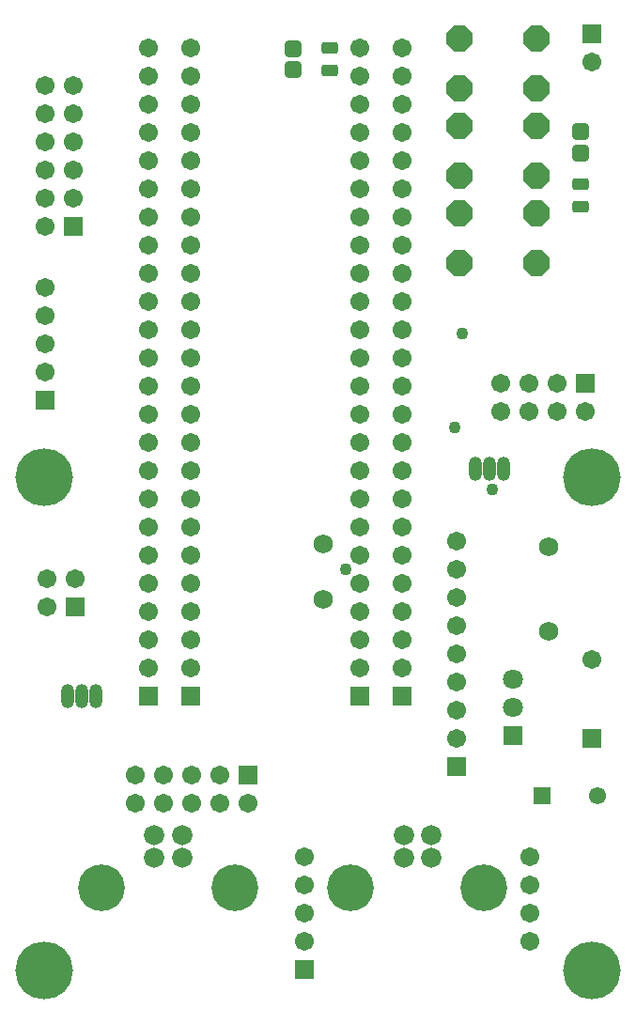
<source format=gts>
G04 Layer_Color=8388736*
%FSLAX44Y44*%
%MOMM*%
G71*
G01*
G75*
G04:AMPARAMS|DCode=44|XSize=1.5032mm|YSize=1.0032mm|CornerRadius=0.2016mm|HoleSize=0mm|Usage=FLASHONLY|Rotation=0.000|XOffset=0mm|YOffset=0mm|HoleType=Round|Shape=RoundedRectangle|*
%AMROUNDEDRECTD44*
21,1,1.5032,0.6000,0,0,0.0*
21,1,1.1000,1.0032,0,0,0.0*
1,1,0.4032,0.5500,-0.3000*
1,1,0.4032,-0.5500,-0.3000*
1,1,0.4032,-0.5500,0.3000*
1,1,0.4032,0.5500,0.3000*
%
%ADD44ROUNDEDRECTD44*%
G04:AMPARAMS|DCode=45|XSize=1.4732mm|YSize=1.4732mm|CornerRadius=0.2604mm|HoleSize=0mm|Usage=FLASHONLY|Rotation=90.000|XOffset=0mm|YOffset=0mm|HoleType=Round|Shape=RoundedRectangle|*
%AMROUNDEDRECTD45*
21,1,1.4732,0.9525,0,0,90.0*
21,1,0.9525,1.4732,0,0,90.0*
1,1,0.5207,0.4763,0.4763*
1,1,0.5207,0.4763,-0.4763*
1,1,0.5207,-0.4763,-0.4763*
1,1,0.5207,-0.4763,0.4763*
%
%ADD45ROUNDEDRECTD45*%
%ADD46O,1.2032X2.2032*%
%ADD47O,1.2032X2.2032*%
%ADD48C,4.2032*%
%ADD49C,1.8288*%
%ADD50C,1.7032*%
%ADD51R,1.7032X1.7032*%
%ADD52C,1.5532*%
%ADD53R,1.5532X1.5532*%
%ADD54C,1.7272*%
%ADD55R,1.7032X1.7032*%
%ADD56P,2.4930X8X202.5*%
%ADD57R,1.8032X1.8032*%
%ADD58C,1.8032*%
%ADD59C,5.2032*%
%ADD60C,1.1032*%
D44*
X285750Y859630D02*
D03*
Y839630D02*
D03*
X511810Y716440D02*
D03*
Y736440D02*
D03*
D45*
X252730Y840105D02*
D03*
Y859155D02*
D03*
X511810Y765175D02*
D03*
Y784225D02*
D03*
D46*
X49530Y275590D02*
D03*
X62230D02*
D03*
X441960Y480060D02*
D03*
X429260D02*
D03*
D47*
X74930Y275590D02*
D03*
X416560Y480060D02*
D03*
D48*
X424690Y102800D02*
D03*
X304290D02*
D03*
X199900D02*
D03*
X79500D02*
D03*
D49*
X351990Y149900D02*
D03*
Y129900D02*
D03*
X376990D02*
D03*
Y149900D02*
D03*
X127200D02*
D03*
Y129900D02*
D03*
X152200D02*
D03*
Y149900D02*
D03*
D50*
X30480Y381000D02*
D03*
X55880D02*
D03*
X30480Y355600D02*
D03*
X465390Y130810D02*
D03*
Y105410D02*
D03*
Y80010D02*
D03*
Y54610D02*
D03*
X262890Y130810D02*
D03*
Y105410D02*
D03*
Y80010D02*
D03*
Y54610D02*
D03*
X110490Y179070D02*
D03*
Y204470D02*
D03*
X135890Y179070D02*
D03*
Y204470D02*
D03*
X161290Y179070D02*
D03*
Y204470D02*
D03*
X186690Y179070D02*
D03*
Y204470D02*
D03*
X212090Y179070D02*
D03*
X159920Y300990D02*
D03*
Y326390D02*
D03*
Y351790D02*
D03*
Y377190D02*
D03*
Y402590D02*
D03*
Y427990D02*
D03*
Y453390D02*
D03*
Y478790D02*
D03*
Y504190D02*
D03*
Y529590D02*
D03*
Y554990D02*
D03*
Y580390D02*
D03*
Y605790D02*
D03*
Y631190D02*
D03*
Y656590D02*
D03*
Y681990D02*
D03*
Y707390D02*
D03*
Y732790D02*
D03*
Y758190D02*
D03*
Y783590D02*
D03*
Y808990D02*
D03*
Y834390D02*
D03*
Y859790D02*
D03*
X312420D02*
D03*
Y834390D02*
D03*
Y808990D02*
D03*
Y783590D02*
D03*
Y758190D02*
D03*
Y732790D02*
D03*
Y707390D02*
D03*
Y681990D02*
D03*
Y656590D02*
D03*
Y631190D02*
D03*
Y605790D02*
D03*
Y580390D02*
D03*
Y554990D02*
D03*
Y529590D02*
D03*
Y504190D02*
D03*
Y478790D02*
D03*
Y453390D02*
D03*
Y427990D02*
D03*
Y402590D02*
D03*
Y377190D02*
D03*
Y351790D02*
D03*
Y326390D02*
D03*
Y300990D02*
D03*
X29210Y643890D02*
D03*
Y618490D02*
D03*
Y593090D02*
D03*
Y567690D02*
D03*
X521970Y308550D02*
D03*
X400050Y262890D02*
D03*
Y288290D02*
D03*
Y313690D02*
D03*
Y339090D02*
D03*
Y364490D02*
D03*
Y389890D02*
D03*
Y415290D02*
D03*
Y237490D02*
D03*
X29210Y825500D02*
D03*
X54610D02*
D03*
X29210Y800100D02*
D03*
X54610D02*
D03*
X29210Y774700D02*
D03*
X54610D02*
D03*
X29210Y749300D02*
D03*
X54610D02*
D03*
X29210Y723900D02*
D03*
X54610D02*
D03*
X29210Y698500D02*
D03*
X439420Y532130D02*
D03*
Y557530D02*
D03*
X464820Y532130D02*
D03*
Y557530D02*
D03*
X490220Y532130D02*
D03*
Y557530D02*
D03*
X515620Y532130D02*
D03*
X350520Y859790D02*
D03*
Y834390D02*
D03*
Y808990D02*
D03*
Y783590D02*
D03*
Y758190D02*
D03*
Y732790D02*
D03*
Y707390D02*
D03*
Y681990D02*
D03*
Y656590D02*
D03*
Y631190D02*
D03*
Y605790D02*
D03*
Y580390D02*
D03*
Y554990D02*
D03*
Y529590D02*
D03*
Y504190D02*
D03*
Y478790D02*
D03*
Y453390D02*
D03*
Y427990D02*
D03*
Y402590D02*
D03*
Y377190D02*
D03*
Y351790D02*
D03*
Y326390D02*
D03*
Y300990D02*
D03*
X121920Y859790D02*
D03*
Y834390D02*
D03*
Y808990D02*
D03*
Y783590D02*
D03*
Y758190D02*
D03*
Y732790D02*
D03*
Y707390D02*
D03*
Y681990D02*
D03*
Y656590D02*
D03*
Y631190D02*
D03*
Y605790D02*
D03*
Y580390D02*
D03*
Y554990D02*
D03*
Y529590D02*
D03*
Y504190D02*
D03*
Y478790D02*
D03*
Y453390D02*
D03*
Y427990D02*
D03*
Y402590D02*
D03*
Y377190D02*
D03*
Y351790D02*
D03*
Y326390D02*
D03*
Y300990D02*
D03*
X521970Y847090D02*
D03*
D51*
X55880Y355600D02*
D03*
X262890Y29210D02*
D03*
X159920Y275590D02*
D03*
X312420D02*
D03*
X29210Y542290D02*
D03*
X521970Y237550D02*
D03*
X400050Y212090D02*
D03*
X54610Y698500D02*
D03*
X350520Y275590D02*
D03*
X121920D02*
D03*
X521970Y872490D02*
D03*
D52*
X526650Y185420D02*
D03*
D53*
X476650D02*
D03*
D54*
X279400Y362750D02*
D03*
Y412750D02*
D03*
X482600Y334110D02*
D03*
Y410110D02*
D03*
D55*
X212090Y204470D02*
D03*
X515620Y557530D02*
D03*
D56*
X471880Y710840D02*
D03*
Y665840D02*
D03*
X401880Y710840D02*
D03*
Y665840D02*
D03*
X471880Y789580D02*
D03*
Y744580D02*
D03*
X401880Y789580D02*
D03*
Y744580D02*
D03*
X471880Y868320D02*
D03*
Y823320D02*
D03*
X401880Y868320D02*
D03*
Y823320D02*
D03*
D57*
X450850Y240030D02*
D03*
D58*
Y265430D02*
D03*
Y290830D02*
D03*
D59*
X27940Y472440D02*
D03*
X521970D02*
D03*
X27940Y27940D02*
D03*
X521970D02*
D03*
D60*
X398272Y517652D02*
D03*
X432308Y461518D02*
D03*
X299720Y389890D02*
D03*
X404876Y602234D02*
D03*
M02*

</source>
